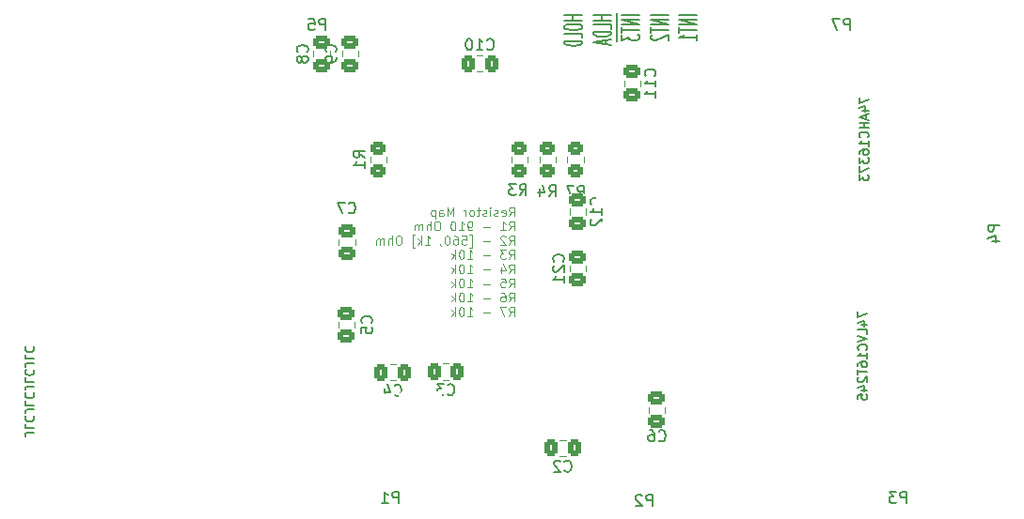
<source format=gbo>
%TF.GenerationSoftware,KiCad,Pcbnew,6.0.9*%
%TF.CreationDate,2022-12-08T19:51:44-08:00*%
%TF.ProjectId,i960SxProcessorMegaShieldFormFactor,69393630-5378-4507-926f-636573736f72,rev?*%
%TF.SameCoordinates,Original*%
%TF.FileFunction,Legend,Bot*%
%TF.FilePolarity,Positive*%
%FSLAX46Y46*%
G04 Gerber Fmt 4.6, Leading zero omitted, Abs format (unit mm)*
G04 Created by KiCad (PCBNEW 6.0.9) date 2022-12-08 19:51:44*
%MOMM*%
%LPD*%
G01*
G04 APERTURE LIST*
G04 Aperture macros list*
%AMRoundRect*
0 Rectangle with rounded corners*
0 $1 Rounding radius*
0 $2 $3 $4 $5 $6 $7 $8 $9 X,Y pos of 4 corners*
0 Add a 4 corners polygon primitive as box body*
4,1,4,$2,$3,$4,$5,$6,$7,$8,$9,$2,$3,0*
0 Add four circle primitives for the rounded corners*
1,1,$1+$1,$2,$3*
1,1,$1+$1,$4,$5*
1,1,$1+$1,$6,$7*
1,1,$1+$1,$8,$9*
0 Add four rect primitives between the rounded corners*
20,1,$1+$1,$2,$3,$4,$5,0*
20,1,$1+$1,$4,$5,$6,$7,0*
20,1,$1+$1,$6,$7,$8,$9,0*
20,1,$1+$1,$8,$9,$2,$3,0*%
G04 Aperture macros list end*
%ADD10C,0.152400*%
%ADD11C,0.150000*%
%ADD12C,0.100000*%
%ADD13C,0.120000*%
%ADD14C,1.727200*%
%ADD15O,1.727200X1.727200*%
%ADD16O,1.727200X2.032000*%
%ADD17R,1.422400X1.422400*%
%ADD18C,1.422400*%
%ADD19RoundRect,0.250000X-0.337500X-0.475000X0.337500X-0.475000X0.337500X0.475000X-0.337500X0.475000X0*%
%ADD20RoundRect,0.250000X-0.475000X0.337500X-0.475000X-0.337500X0.475000X-0.337500X0.475000X0.337500X0*%
%ADD21RoundRect,0.250000X0.475000X-0.337500X0.475000X0.337500X-0.475000X0.337500X-0.475000X-0.337500X0*%
%ADD22RoundRect,0.250000X0.337500X0.475000X-0.337500X0.475000X-0.337500X-0.475000X0.337500X-0.475000X0*%
%ADD23RoundRect,0.250000X-0.450000X0.350000X-0.450000X-0.350000X0.450000X-0.350000X0.450000X0.350000X0*%
%ADD24RoundRect,0.250000X0.450000X-0.350000X0.450000X0.350000X-0.450000X0.350000X-0.450000X-0.350000X0*%
G04 APERTURE END LIST*
D10*
X182307895Y-99518409D02*
X182307895Y-100060276D01*
X183120695Y-99711933D01*
X182578828Y-100718257D02*
X183120695Y-100718257D01*
X182269190Y-100524733D02*
X182849761Y-100331209D01*
X182849761Y-100834371D01*
X183120695Y-101531057D02*
X183120695Y-101144009D01*
X182307895Y-101144009D01*
X182307895Y-101685876D02*
X183120695Y-101956809D01*
X182307895Y-102227742D01*
X183043285Y-102963133D02*
X183081990Y-102924428D01*
X183120695Y-102808314D01*
X183120695Y-102730904D01*
X183081990Y-102614790D01*
X183004580Y-102537380D01*
X182927171Y-102498676D01*
X182772352Y-102459971D01*
X182656238Y-102459971D01*
X182501419Y-102498676D01*
X182424009Y-102537380D01*
X182346600Y-102614790D01*
X182307895Y-102730904D01*
X182307895Y-102808314D01*
X182346600Y-102924428D01*
X182385304Y-102963133D01*
X183120695Y-103737228D02*
X183120695Y-103272771D01*
X183120695Y-103505000D02*
X182307895Y-103505000D01*
X182424009Y-103427590D01*
X182501419Y-103350180D01*
X182540123Y-103272771D01*
X182307895Y-104433914D02*
X182307895Y-104279095D01*
X182346600Y-104201685D01*
X182385304Y-104162980D01*
X182501419Y-104085571D01*
X182656238Y-104046866D01*
X182965876Y-104046866D01*
X183043285Y-104085571D01*
X183081990Y-104124276D01*
X183120695Y-104201685D01*
X183120695Y-104356504D01*
X183081990Y-104433914D01*
X183043285Y-104472619D01*
X182965876Y-104511323D01*
X182772352Y-104511323D01*
X182694942Y-104472619D01*
X182656238Y-104433914D01*
X182617533Y-104356504D01*
X182617533Y-104201685D01*
X182656238Y-104124276D01*
X182694942Y-104085571D01*
X182772352Y-104046866D01*
X182307895Y-104743552D02*
X182307895Y-105208009D01*
X183120695Y-104975780D02*
X182307895Y-104975780D01*
X182385304Y-105440238D02*
X182346600Y-105478942D01*
X182307895Y-105556352D01*
X182307895Y-105749876D01*
X182346600Y-105827285D01*
X182385304Y-105865990D01*
X182462714Y-105904695D01*
X182540123Y-105904695D01*
X182656238Y-105865990D01*
X183120695Y-105401533D01*
X183120695Y-105904695D01*
X182578828Y-106601380D02*
X183120695Y-106601380D01*
X182269190Y-106407857D02*
X182849761Y-106214333D01*
X182849761Y-106717495D01*
X182307895Y-107414180D02*
X182307895Y-107027133D01*
X182694942Y-106988428D01*
X182656238Y-107027133D01*
X182617533Y-107104542D01*
X182617533Y-107298066D01*
X182656238Y-107375476D01*
X182694942Y-107414180D01*
X182772352Y-107452885D01*
X182965876Y-107452885D01*
X183043285Y-107414180D01*
X183081990Y-107375476D01*
X183120695Y-107298066D01*
X183120695Y-107104542D01*
X183081990Y-107027133D01*
X183043285Y-106988428D01*
X108141104Y-110434361D02*
X107560533Y-110434361D01*
X107444419Y-110473066D01*
X107367009Y-110550476D01*
X107328304Y-110666590D01*
X107328304Y-110744000D01*
X107328304Y-109660266D02*
X107328304Y-110047314D01*
X108141104Y-110047314D01*
X107405714Y-108924876D02*
X107367009Y-108963580D01*
X107328304Y-109079695D01*
X107328304Y-109157104D01*
X107367009Y-109273219D01*
X107444419Y-109350628D01*
X107521828Y-109389333D01*
X107676647Y-109428038D01*
X107792761Y-109428038D01*
X107947580Y-109389333D01*
X108024990Y-109350628D01*
X108102400Y-109273219D01*
X108141104Y-109157104D01*
X108141104Y-109079695D01*
X108102400Y-108963580D01*
X108063695Y-108924876D01*
X108141104Y-108344304D02*
X107560533Y-108344304D01*
X107444419Y-108383009D01*
X107367009Y-108460419D01*
X107328304Y-108576533D01*
X107328304Y-108653942D01*
X107328304Y-107570209D02*
X107328304Y-107957257D01*
X108141104Y-107957257D01*
X107405714Y-106834819D02*
X107367009Y-106873523D01*
X107328304Y-106989638D01*
X107328304Y-107067047D01*
X107367009Y-107183161D01*
X107444419Y-107260571D01*
X107521828Y-107299276D01*
X107676647Y-107337980D01*
X107792761Y-107337980D01*
X107947580Y-107299276D01*
X108024990Y-107260571D01*
X108102400Y-107183161D01*
X108141104Y-107067047D01*
X108141104Y-106989638D01*
X108102400Y-106873523D01*
X108063695Y-106834819D01*
X108141104Y-106254247D02*
X107560533Y-106254247D01*
X107444419Y-106292952D01*
X107367009Y-106370361D01*
X107328304Y-106486476D01*
X107328304Y-106563885D01*
X107328304Y-105480152D02*
X107328304Y-105867200D01*
X108141104Y-105867200D01*
X107405714Y-104744761D02*
X107367009Y-104783466D01*
X107328304Y-104899580D01*
X107328304Y-104976990D01*
X107367009Y-105093104D01*
X107444419Y-105170514D01*
X107521828Y-105209219D01*
X107676647Y-105247923D01*
X107792761Y-105247923D01*
X107947580Y-105209219D01*
X108024990Y-105170514D01*
X108102400Y-105093104D01*
X108141104Y-104976990D01*
X108141104Y-104899580D01*
X108102400Y-104783466D01*
X108063695Y-104744761D01*
X108141104Y-104164190D02*
X107560533Y-104164190D01*
X107444419Y-104202895D01*
X107367009Y-104280304D01*
X107328304Y-104396419D01*
X107328304Y-104473828D01*
X107328304Y-103390095D02*
X107328304Y-103777142D01*
X108141104Y-103777142D01*
X107405714Y-102654704D02*
X107367009Y-102693409D01*
X107328304Y-102809523D01*
X107328304Y-102886933D01*
X107367009Y-103003047D01*
X107444419Y-103080457D01*
X107521828Y-103119161D01*
X107676647Y-103157866D01*
X107792761Y-103157866D01*
X107947580Y-103119161D01*
X108024990Y-103080457D01*
X108102400Y-103003047D01*
X108141104Y-102886933D01*
X108141104Y-102809523D01*
X108102400Y-102693409D01*
X108063695Y-102654704D01*
D11*
X157494269Y-72771956D02*
X155894269Y-72771956D01*
X156656174Y-72771956D02*
X156656174Y-73229099D01*
X157494269Y-73229099D02*
X155894269Y-73229099D01*
X155894269Y-73762432D02*
X155894269Y-73914813D01*
X155970460Y-73991003D01*
X156122840Y-74067194D01*
X156427602Y-74105289D01*
X156960936Y-74105289D01*
X157265698Y-74067194D01*
X157418079Y-73991003D01*
X157494269Y-73914813D01*
X157494269Y-73762432D01*
X157418079Y-73686241D01*
X157265698Y-73610051D01*
X156960936Y-73571956D01*
X156427602Y-73571956D01*
X156122840Y-73610051D01*
X155970460Y-73686241D01*
X155894269Y-73762432D01*
X157494269Y-74829099D02*
X157494269Y-74448146D01*
X155894269Y-74448146D01*
X157494269Y-75095765D02*
X155894269Y-75095765D01*
X155894269Y-75286241D01*
X155970460Y-75400527D01*
X156122840Y-75476718D01*
X156275221Y-75514813D01*
X156579983Y-75552908D01*
X156808555Y-75552908D01*
X157113317Y-75514813D01*
X157265698Y-75476718D01*
X157418079Y-75400527D01*
X157494269Y-75286241D01*
X157494269Y-75095765D01*
X160070269Y-72771956D02*
X158470269Y-72771956D01*
X159232174Y-72771956D02*
X159232174Y-73229099D01*
X160070269Y-73229099D02*
X158470269Y-73229099D01*
X160070269Y-73991003D02*
X160070269Y-73610051D01*
X158470269Y-73610051D01*
X160070269Y-74257670D02*
X158470269Y-74257670D01*
X158470269Y-74448146D01*
X158546460Y-74562432D01*
X158698840Y-74638622D01*
X158851221Y-74676718D01*
X159155983Y-74714813D01*
X159384555Y-74714813D01*
X159689317Y-74676718D01*
X159841698Y-74638622D01*
X159994079Y-74562432D01*
X160070269Y-74448146D01*
X160070269Y-74257670D01*
X159613126Y-75019575D02*
X159613126Y-75400527D01*
X160070269Y-74943384D02*
X158470269Y-75210051D01*
X160070269Y-75476718D01*
X160594460Y-72581480D02*
X160594460Y-72962432D01*
X162646269Y-72771956D02*
X161046269Y-72771956D01*
X160594460Y-72962432D02*
X160594460Y-73800527D01*
X162646269Y-73152908D02*
X161046269Y-73152908D01*
X162646269Y-73610051D01*
X161046269Y-73610051D01*
X160594460Y-73800527D02*
X160594460Y-74410051D01*
X161046269Y-73876718D02*
X161046269Y-74333860D01*
X162646269Y-74105289D02*
X161046269Y-74105289D01*
X160594460Y-74410051D02*
X160594460Y-75171956D01*
X161046269Y-74524337D02*
X161046269Y-75019575D01*
X161655793Y-74752908D01*
X161655793Y-74867194D01*
X161731983Y-74943384D01*
X161808174Y-74981480D01*
X161960555Y-75019575D01*
X162341507Y-75019575D01*
X162493888Y-74981480D01*
X162570079Y-74943384D01*
X162646269Y-74867194D01*
X162646269Y-74638622D01*
X162570079Y-74562432D01*
X162493888Y-74524337D01*
X165222269Y-72771956D02*
X163622269Y-72771956D01*
X165222269Y-73152908D02*
X163622269Y-73152908D01*
X165222269Y-73610051D01*
X163622269Y-73610051D01*
X163622269Y-73876718D02*
X163622269Y-74333860D01*
X165222269Y-74105289D02*
X163622269Y-74105289D01*
X163774650Y-74562432D02*
X163698460Y-74600527D01*
X163622269Y-74676718D01*
X163622269Y-74867194D01*
X163698460Y-74943384D01*
X163774650Y-74981480D01*
X163927031Y-75019575D01*
X164079412Y-75019575D01*
X164307983Y-74981480D01*
X165222269Y-74524337D01*
X165222269Y-75019575D01*
X167798269Y-72771956D02*
X166198269Y-72771956D01*
X167798269Y-73152908D02*
X166198269Y-73152908D01*
X167798269Y-73610051D01*
X166198269Y-73610051D01*
X166198269Y-73876718D02*
X166198269Y-74333860D01*
X167798269Y-74105289D02*
X166198269Y-74105289D01*
X167798269Y-75019575D02*
X167798269Y-74562432D01*
X167798269Y-74791003D02*
X166198269Y-74791003D01*
X166426840Y-74714813D01*
X166579221Y-74638622D01*
X166655412Y-74562432D01*
D10*
X182434895Y-80173285D02*
X182434895Y-80715152D01*
X183247695Y-80366809D01*
X182705828Y-81373133D02*
X183247695Y-81373133D01*
X182396190Y-81179609D02*
X182976761Y-80986085D01*
X182976761Y-81489247D01*
X183015466Y-81760180D02*
X183015466Y-82147228D01*
X183247695Y-81682771D02*
X182434895Y-81953704D01*
X183247695Y-82224638D01*
X183247695Y-82495571D02*
X182434895Y-82495571D01*
X182821942Y-82495571D02*
X182821942Y-82960028D01*
X183247695Y-82960028D02*
X182434895Y-82960028D01*
X183170285Y-83811533D02*
X183208990Y-83772828D01*
X183247695Y-83656714D01*
X183247695Y-83579304D01*
X183208990Y-83463190D01*
X183131580Y-83385780D01*
X183054171Y-83347076D01*
X182899352Y-83308371D01*
X182783238Y-83308371D01*
X182628419Y-83347076D01*
X182551009Y-83385780D01*
X182473600Y-83463190D01*
X182434895Y-83579304D01*
X182434895Y-83656714D01*
X182473600Y-83772828D01*
X182512304Y-83811533D01*
X183247695Y-84585628D02*
X183247695Y-84121171D01*
X183247695Y-84353400D02*
X182434895Y-84353400D01*
X182551009Y-84275990D01*
X182628419Y-84198580D01*
X182667123Y-84121171D01*
X182434895Y-85282314D02*
X182434895Y-85127495D01*
X182473600Y-85050085D01*
X182512304Y-85011380D01*
X182628419Y-84933971D01*
X182783238Y-84895266D01*
X183092876Y-84895266D01*
X183170285Y-84933971D01*
X183208990Y-84972676D01*
X183247695Y-85050085D01*
X183247695Y-85204904D01*
X183208990Y-85282314D01*
X183170285Y-85321019D01*
X183092876Y-85359723D01*
X182899352Y-85359723D01*
X182821942Y-85321019D01*
X182783238Y-85282314D01*
X182744533Y-85204904D01*
X182744533Y-85050085D01*
X182783238Y-84972676D01*
X182821942Y-84933971D01*
X182899352Y-84895266D01*
X182434895Y-85630657D02*
X182434895Y-86133819D01*
X182744533Y-85862885D01*
X182744533Y-85979000D01*
X182783238Y-86056409D01*
X182821942Y-86095114D01*
X182899352Y-86133819D01*
X183092876Y-86133819D01*
X183170285Y-86095114D01*
X183208990Y-86056409D01*
X183247695Y-85979000D01*
X183247695Y-85746771D01*
X183208990Y-85669361D01*
X183170285Y-85630657D01*
X182434895Y-86404752D02*
X182434895Y-86946619D01*
X183247695Y-86598276D01*
X182434895Y-87178847D02*
X182434895Y-87682009D01*
X182744533Y-87411076D01*
X182744533Y-87527190D01*
X182783238Y-87604600D01*
X182821942Y-87643304D01*
X182899352Y-87682009D01*
X183092876Y-87682009D01*
X183170285Y-87643304D01*
X183208990Y-87604600D01*
X183247695Y-87527190D01*
X183247695Y-87294961D01*
X183208990Y-87217552D01*
X183170285Y-87178847D01*
D12*
X150874580Y-90900704D02*
X151141247Y-90519752D01*
X151331723Y-90900704D02*
X151331723Y-90100704D01*
X151026961Y-90100704D01*
X150950771Y-90138800D01*
X150912676Y-90176895D01*
X150874580Y-90253085D01*
X150874580Y-90367371D01*
X150912676Y-90443561D01*
X150950771Y-90481657D01*
X151026961Y-90519752D01*
X151331723Y-90519752D01*
X150226961Y-90862609D02*
X150303152Y-90900704D01*
X150455533Y-90900704D01*
X150531723Y-90862609D01*
X150569819Y-90786419D01*
X150569819Y-90481657D01*
X150531723Y-90405466D01*
X150455533Y-90367371D01*
X150303152Y-90367371D01*
X150226961Y-90405466D01*
X150188866Y-90481657D01*
X150188866Y-90557847D01*
X150569819Y-90634038D01*
X149884104Y-90862609D02*
X149807914Y-90900704D01*
X149655533Y-90900704D01*
X149579342Y-90862609D01*
X149541247Y-90786419D01*
X149541247Y-90748323D01*
X149579342Y-90672133D01*
X149655533Y-90634038D01*
X149769819Y-90634038D01*
X149846009Y-90595942D01*
X149884104Y-90519752D01*
X149884104Y-90481657D01*
X149846009Y-90405466D01*
X149769819Y-90367371D01*
X149655533Y-90367371D01*
X149579342Y-90405466D01*
X149198390Y-90900704D02*
X149198390Y-90367371D01*
X149198390Y-90100704D02*
X149236485Y-90138800D01*
X149198390Y-90176895D01*
X149160295Y-90138800D01*
X149198390Y-90100704D01*
X149198390Y-90176895D01*
X148855533Y-90862609D02*
X148779342Y-90900704D01*
X148626961Y-90900704D01*
X148550771Y-90862609D01*
X148512676Y-90786419D01*
X148512676Y-90748323D01*
X148550771Y-90672133D01*
X148626961Y-90634038D01*
X148741247Y-90634038D01*
X148817438Y-90595942D01*
X148855533Y-90519752D01*
X148855533Y-90481657D01*
X148817438Y-90405466D01*
X148741247Y-90367371D01*
X148626961Y-90367371D01*
X148550771Y-90405466D01*
X148284104Y-90367371D02*
X147979342Y-90367371D01*
X148169819Y-90100704D02*
X148169819Y-90786419D01*
X148131723Y-90862609D01*
X148055533Y-90900704D01*
X147979342Y-90900704D01*
X147598390Y-90900704D02*
X147674580Y-90862609D01*
X147712676Y-90824514D01*
X147750771Y-90748323D01*
X147750771Y-90519752D01*
X147712676Y-90443561D01*
X147674580Y-90405466D01*
X147598390Y-90367371D01*
X147484104Y-90367371D01*
X147407914Y-90405466D01*
X147369819Y-90443561D01*
X147331723Y-90519752D01*
X147331723Y-90748323D01*
X147369819Y-90824514D01*
X147407914Y-90862609D01*
X147484104Y-90900704D01*
X147598390Y-90900704D01*
X146988866Y-90900704D02*
X146988866Y-90367371D01*
X146988866Y-90519752D02*
X146950771Y-90443561D01*
X146912676Y-90405466D01*
X146836485Y-90367371D01*
X146760295Y-90367371D01*
X145884104Y-90900704D02*
X145884104Y-90100704D01*
X145617438Y-90672133D01*
X145350771Y-90100704D01*
X145350771Y-90900704D01*
X144626961Y-90900704D02*
X144626961Y-90481657D01*
X144665057Y-90405466D01*
X144741247Y-90367371D01*
X144893628Y-90367371D01*
X144969819Y-90405466D01*
X144626961Y-90862609D02*
X144703152Y-90900704D01*
X144893628Y-90900704D01*
X144969819Y-90862609D01*
X145007914Y-90786419D01*
X145007914Y-90710228D01*
X144969819Y-90634038D01*
X144893628Y-90595942D01*
X144703152Y-90595942D01*
X144626961Y-90557847D01*
X144246009Y-90367371D02*
X144246009Y-91167371D01*
X144246009Y-90405466D02*
X144169819Y-90367371D01*
X144017438Y-90367371D01*
X143941247Y-90405466D01*
X143903152Y-90443561D01*
X143865057Y-90519752D01*
X143865057Y-90748323D01*
X143903152Y-90824514D01*
X143941247Y-90862609D01*
X144017438Y-90900704D01*
X144169819Y-90900704D01*
X144246009Y-90862609D01*
X150874580Y-92188704D02*
X151141247Y-91807752D01*
X151331723Y-92188704D02*
X151331723Y-91388704D01*
X151026961Y-91388704D01*
X150950771Y-91426800D01*
X150912676Y-91464895D01*
X150874580Y-91541085D01*
X150874580Y-91655371D01*
X150912676Y-91731561D01*
X150950771Y-91769657D01*
X151026961Y-91807752D01*
X151331723Y-91807752D01*
X150112676Y-92188704D02*
X150569819Y-92188704D01*
X150341247Y-92188704D02*
X150341247Y-91388704D01*
X150417438Y-91502990D01*
X150493628Y-91579180D01*
X150569819Y-91617276D01*
X149160295Y-91883942D02*
X148550771Y-91883942D01*
X147522200Y-92188704D02*
X147369819Y-92188704D01*
X147293628Y-92150609D01*
X147255533Y-92112514D01*
X147179342Y-91998228D01*
X147141247Y-91845847D01*
X147141247Y-91541085D01*
X147179342Y-91464895D01*
X147217438Y-91426800D01*
X147293628Y-91388704D01*
X147446009Y-91388704D01*
X147522200Y-91426800D01*
X147560295Y-91464895D01*
X147598390Y-91541085D01*
X147598390Y-91731561D01*
X147560295Y-91807752D01*
X147522200Y-91845847D01*
X147446009Y-91883942D01*
X147293628Y-91883942D01*
X147217438Y-91845847D01*
X147179342Y-91807752D01*
X147141247Y-91731561D01*
X146379342Y-92188704D02*
X146836485Y-92188704D01*
X146607914Y-92188704D02*
X146607914Y-91388704D01*
X146684104Y-91502990D01*
X146760295Y-91579180D01*
X146836485Y-91617276D01*
X145884104Y-91388704D02*
X145807914Y-91388704D01*
X145731723Y-91426800D01*
X145693628Y-91464895D01*
X145655533Y-91541085D01*
X145617438Y-91693466D01*
X145617438Y-91883942D01*
X145655533Y-92036323D01*
X145693628Y-92112514D01*
X145731723Y-92150609D01*
X145807914Y-92188704D01*
X145884104Y-92188704D01*
X145960295Y-92150609D01*
X145998390Y-92112514D01*
X146036485Y-92036323D01*
X146074580Y-91883942D01*
X146074580Y-91693466D01*
X146036485Y-91541085D01*
X145998390Y-91464895D01*
X145960295Y-91426800D01*
X145884104Y-91388704D01*
X144512676Y-91388704D02*
X144360295Y-91388704D01*
X144284104Y-91426800D01*
X144207914Y-91502990D01*
X144169819Y-91655371D01*
X144169819Y-91922038D01*
X144207914Y-92074419D01*
X144284104Y-92150609D01*
X144360295Y-92188704D01*
X144512676Y-92188704D01*
X144588866Y-92150609D01*
X144665057Y-92074419D01*
X144703152Y-91922038D01*
X144703152Y-91655371D01*
X144665057Y-91502990D01*
X144588866Y-91426800D01*
X144512676Y-91388704D01*
X143826961Y-92188704D02*
X143826961Y-91388704D01*
X143484104Y-92188704D02*
X143484104Y-91769657D01*
X143522200Y-91693466D01*
X143598390Y-91655371D01*
X143712676Y-91655371D01*
X143788866Y-91693466D01*
X143826961Y-91731561D01*
X143103152Y-92188704D02*
X143103152Y-91655371D01*
X143103152Y-91731561D02*
X143065057Y-91693466D01*
X142988866Y-91655371D01*
X142874580Y-91655371D01*
X142798390Y-91693466D01*
X142760295Y-91769657D01*
X142760295Y-92188704D01*
X142760295Y-91769657D02*
X142722200Y-91693466D01*
X142646009Y-91655371D01*
X142531723Y-91655371D01*
X142455533Y-91693466D01*
X142417438Y-91769657D01*
X142417438Y-92188704D01*
X150874580Y-93476704D02*
X151141247Y-93095752D01*
X151331723Y-93476704D02*
X151331723Y-92676704D01*
X151026961Y-92676704D01*
X150950771Y-92714800D01*
X150912676Y-92752895D01*
X150874580Y-92829085D01*
X150874580Y-92943371D01*
X150912676Y-93019561D01*
X150950771Y-93057657D01*
X151026961Y-93095752D01*
X151331723Y-93095752D01*
X150569819Y-92752895D02*
X150531723Y-92714800D01*
X150455533Y-92676704D01*
X150265057Y-92676704D01*
X150188866Y-92714800D01*
X150150771Y-92752895D01*
X150112676Y-92829085D01*
X150112676Y-92905276D01*
X150150771Y-93019561D01*
X150607914Y-93476704D01*
X150112676Y-93476704D01*
X149160295Y-93171942D02*
X148550771Y-93171942D01*
X147331723Y-93743371D02*
X147522200Y-93743371D01*
X147522200Y-92600514D01*
X147331723Y-92600514D01*
X146646009Y-92676704D02*
X147026961Y-92676704D01*
X147065057Y-93057657D01*
X147026961Y-93019561D01*
X146950771Y-92981466D01*
X146760295Y-92981466D01*
X146684104Y-93019561D01*
X146646009Y-93057657D01*
X146607914Y-93133847D01*
X146607914Y-93324323D01*
X146646009Y-93400514D01*
X146684104Y-93438609D01*
X146760295Y-93476704D01*
X146950771Y-93476704D01*
X147026961Y-93438609D01*
X147065057Y-93400514D01*
X145922200Y-92676704D02*
X146074580Y-92676704D01*
X146150771Y-92714800D01*
X146188866Y-92752895D01*
X146265057Y-92867180D01*
X146303152Y-93019561D01*
X146303152Y-93324323D01*
X146265057Y-93400514D01*
X146226961Y-93438609D01*
X146150771Y-93476704D01*
X145998390Y-93476704D01*
X145922200Y-93438609D01*
X145884104Y-93400514D01*
X145846009Y-93324323D01*
X145846009Y-93133847D01*
X145884104Y-93057657D01*
X145922200Y-93019561D01*
X145998390Y-92981466D01*
X146150771Y-92981466D01*
X146226961Y-93019561D01*
X146265057Y-93057657D01*
X146303152Y-93133847D01*
X145350771Y-92676704D02*
X145274580Y-92676704D01*
X145198390Y-92714800D01*
X145160295Y-92752895D01*
X145122200Y-92829085D01*
X145084104Y-92981466D01*
X145084104Y-93171942D01*
X145122200Y-93324323D01*
X145160295Y-93400514D01*
X145198390Y-93438609D01*
X145274580Y-93476704D01*
X145350771Y-93476704D01*
X145426961Y-93438609D01*
X145465057Y-93400514D01*
X145503152Y-93324323D01*
X145541247Y-93171942D01*
X145541247Y-92981466D01*
X145503152Y-92829085D01*
X145465057Y-92752895D01*
X145426961Y-92714800D01*
X145350771Y-92676704D01*
X144703152Y-93438609D02*
X144703152Y-93476704D01*
X144741247Y-93552895D01*
X144779342Y-93590990D01*
X143331723Y-93476704D02*
X143788866Y-93476704D01*
X143560295Y-93476704D02*
X143560295Y-92676704D01*
X143636485Y-92790990D01*
X143712676Y-92867180D01*
X143788866Y-92905276D01*
X142988866Y-93476704D02*
X142988866Y-92676704D01*
X142912676Y-93171942D02*
X142684104Y-93476704D01*
X142684104Y-92943371D02*
X142988866Y-93248133D01*
X142417438Y-93743371D02*
X142226961Y-93743371D01*
X142226961Y-92600514D01*
X142417438Y-92600514D01*
X141046009Y-92676704D02*
X140893628Y-92676704D01*
X140817438Y-92714800D01*
X140741247Y-92790990D01*
X140703152Y-92943371D01*
X140703152Y-93210038D01*
X140741247Y-93362419D01*
X140817438Y-93438609D01*
X140893628Y-93476704D01*
X141046009Y-93476704D01*
X141122199Y-93438609D01*
X141198390Y-93362419D01*
X141236485Y-93210038D01*
X141236485Y-92943371D01*
X141198390Y-92790990D01*
X141122199Y-92714800D01*
X141046009Y-92676704D01*
X140360295Y-93476704D02*
X140360295Y-92676704D01*
X140017438Y-93476704D02*
X140017438Y-93057657D01*
X140055533Y-92981466D01*
X140131723Y-92943371D01*
X140246009Y-92943371D01*
X140322199Y-92981466D01*
X140360295Y-93019561D01*
X139636485Y-93476704D02*
X139636485Y-92943371D01*
X139636485Y-93019561D02*
X139598390Y-92981466D01*
X139522199Y-92943371D01*
X139407914Y-92943371D01*
X139331723Y-92981466D01*
X139293628Y-93057657D01*
X139293628Y-93476704D01*
X139293628Y-93057657D02*
X139255533Y-92981466D01*
X139179342Y-92943371D01*
X139065057Y-92943371D01*
X138988866Y-92981466D01*
X138950771Y-93057657D01*
X138950771Y-93476704D01*
X150874580Y-94764704D02*
X151141247Y-94383752D01*
X151331723Y-94764704D02*
X151331723Y-93964704D01*
X151026961Y-93964704D01*
X150950771Y-94002800D01*
X150912676Y-94040895D01*
X150874580Y-94117085D01*
X150874580Y-94231371D01*
X150912676Y-94307561D01*
X150950771Y-94345657D01*
X151026961Y-94383752D01*
X151331723Y-94383752D01*
X150607914Y-93964704D02*
X150112676Y-93964704D01*
X150379342Y-94269466D01*
X150265057Y-94269466D01*
X150188866Y-94307561D01*
X150150771Y-94345657D01*
X150112676Y-94421847D01*
X150112676Y-94612323D01*
X150150771Y-94688514D01*
X150188866Y-94726609D01*
X150265057Y-94764704D01*
X150493628Y-94764704D01*
X150569819Y-94726609D01*
X150607914Y-94688514D01*
X149160295Y-94459942D02*
X148550771Y-94459942D01*
X147141247Y-94764704D02*
X147598390Y-94764704D01*
X147369819Y-94764704D02*
X147369819Y-93964704D01*
X147446009Y-94078990D01*
X147522200Y-94155180D01*
X147598390Y-94193276D01*
X146646009Y-93964704D02*
X146569819Y-93964704D01*
X146493628Y-94002800D01*
X146455533Y-94040895D01*
X146417438Y-94117085D01*
X146379342Y-94269466D01*
X146379342Y-94459942D01*
X146417438Y-94612323D01*
X146455533Y-94688514D01*
X146493628Y-94726609D01*
X146569819Y-94764704D01*
X146646009Y-94764704D01*
X146722200Y-94726609D01*
X146760295Y-94688514D01*
X146798390Y-94612323D01*
X146836485Y-94459942D01*
X146836485Y-94269466D01*
X146798390Y-94117085D01*
X146760295Y-94040895D01*
X146722200Y-94002800D01*
X146646009Y-93964704D01*
X146036485Y-94764704D02*
X146036485Y-93964704D01*
X145960295Y-94459942D02*
X145731723Y-94764704D01*
X145731723Y-94231371D02*
X146036485Y-94536133D01*
X150874580Y-96052704D02*
X151141247Y-95671752D01*
X151331723Y-96052704D02*
X151331723Y-95252704D01*
X151026961Y-95252704D01*
X150950771Y-95290800D01*
X150912676Y-95328895D01*
X150874580Y-95405085D01*
X150874580Y-95519371D01*
X150912676Y-95595561D01*
X150950771Y-95633657D01*
X151026961Y-95671752D01*
X151331723Y-95671752D01*
X150188866Y-95519371D02*
X150188866Y-96052704D01*
X150379342Y-95214609D02*
X150569819Y-95786038D01*
X150074580Y-95786038D01*
X149160295Y-95747942D02*
X148550771Y-95747942D01*
X147141247Y-96052704D02*
X147598390Y-96052704D01*
X147369819Y-96052704D02*
X147369819Y-95252704D01*
X147446009Y-95366990D01*
X147522200Y-95443180D01*
X147598390Y-95481276D01*
X146646009Y-95252704D02*
X146569819Y-95252704D01*
X146493628Y-95290800D01*
X146455533Y-95328895D01*
X146417438Y-95405085D01*
X146379342Y-95557466D01*
X146379342Y-95747942D01*
X146417438Y-95900323D01*
X146455533Y-95976514D01*
X146493628Y-96014609D01*
X146569819Y-96052704D01*
X146646009Y-96052704D01*
X146722200Y-96014609D01*
X146760295Y-95976514D01*
X146798390Y-95900323D01*
X146836485Y-95747942D01*
X146836485Y-95557466D01*
X146798390Y-95405085D01*
X146760295Y-95328895D01*
X146722200Y-95290800D01*
X146646009Y-95252704D01*
X146036485Y-96052704D02*
X146036485Y-95252704D01*
X145960295Y-95747942D02*
X145731723Y-96052704D01*
X145731723Y-95519371D02*
X146036485Y-95824133D01*
X150874580Y-97340704D02*
X151141247Y-96959752D01*
X151331723Y-97340704D02*
X151331723Y-96540704D01*
X151026961Y-96540704D01*
X150950771Y-96578800D01*
X150912676Y-96616895D01*
X150874580Y-96693085D01*
X150874580Y-96807371D01*
X150912676Y-96883561D01*
X150950771Y-96921657D01*
X151026961Y-96959752D01*
X151331723Y-96959752D01*
X150150771Y-96540704D02*
X150531723Y-96540704D01*
X150569819Y-96921657D01*
X150531723Y-96883561D01*
X150455533Y-96845466D01*
X150265057Y-96845466D01*
X150188866Y-96883561D01*
X150150771Y-96921657D01*
X150112676Y-96997847D01*
X150112676Y-97188323D01*
X150150771Y-97264514D01*
X150188866Y-97302609D01*
X150265057Y-97340704D01*
X150455533Y-97340704D01*
X150531723Y-97302609D01*
X150569819Y-97264514D01*
X149160295Y-97035942D02*
X148550771Y-97035942D01*
X147141247Y-97340704D02*
X147598390Y-97340704D01*
X147369819Y-97340704D02*
X147369819Y-96540704D01*
X147446009Y-96654990D01*
X147522200Y-96731180D01*
X147598390Y-96769276D01*
X146646009Y-96540704D02*
X146569819Y-96540704D01*
X146493628Y-96578800D01*
X146455533Y-96616895D01*
X146417438Y-96693085D01*
X146379342Y-96845466D01*
X146379342Y-97035942D01*
X146417438Y-97188323D01*
X146455533Y-97264514D01*
X146493628Y-97302609D01*
X146569819Y-97340704D01*
X146646009Y-97340704D01*
X146722200Y-97302609D01*
X146760295Y-97264514D01*
X146798390Y-97188323D01*
X146836485Y-97035942D01*
X146836485Y-96845466D01*
X146798390Y-96693085D01*
X146760295Y-96616895D01*
X146722200Y-96578800D01*
X146646009Y-96540704D01*
X146036485Y-97340704D02*
X146036485Y-96540704D01*
X145960295Y-97035942D02*
X145731723Y-97340704D01*
X145731723Y-96807371D02*
X146036485Y-97112133D01*
X150874580Y-98628704D02*
X151141247Y-98247752D01*
X151331723Y-98628704D02*
X151331723Y-97828704D01*
X151026961Y-97828704D01*
X150950771Y-97866800D01*
X150912676Y-97904895D01*
X150874580Y-97981085D01*
X150874580Y-98095371D01*
X150912676Y-98171561D01*
X150950771Y-98209657D01*
X151026961Y-98247752D01*
X151331723Y-98247752D01*
X150188866Y-97828704D02*
X150341247Y-97828704D01*
X150417438Y-97866800D01*
X150455533Y-97904895D01*
X150531723Y-98019180D01*
X150569819Y-98171561D01*
X150569819Y-98476323D01*
X150531723Y-98552514D01*
X150493628Y-98590609D01*
X150417438Y-98628704D01*
X150265057Y-98628704D01*
X150188866Y-98590609D01*
X150150771Y-98552514D01*
X150112676Y-98476323D01*
X150112676Y-98285847D01*
X150150771Y-98209657D01*
X150188866Y-98171561D01*
X150265057Y-98133466D01*
X150417438Y-98133466D01*
X150493628Y-98171561D01*
X150531723Y-98209657D01*
X150569819Y-98285847D01*
X149160295Y-98323942D02*
X148550771Y-98323942D01*
X147141247Y-98628704D02*
X147598390Y-98628704D01*
X147369819Y-98628704D02*
X147369819Y-97828704D01*
X147446009Y-97942990D01*
X147522200Y-98019180D01*
X147598390Y-98057276D01*
X146646009Y-97828704D02*
X146569819Y-97828704D01*
X146493628Y-97866800D01*
X146455533Y-97904895D01*
X146417438Y-97981085D01*
X146379342Y-98133466D01*
X146379342Y-98323942D01*
X146417438Y-98476323D01*
X146455533Y-98552514D01*
X146493628Y-98590609D01*
X146569819Y-98628704D01*
X146646009Y-98628704D01*
X146722200Y-98590609D01*
X146760295Y-98552514D01*
X146798390Y-98476323D01*
X146836485Y-98323942D01*
X146836485Y-98133466D01*
X146798390Y-97981085D01*
X146760295Y-97904895D01*
X146722200Y-97866800D01*
X146646009Y-97828704D01*
X146036485Y-98628704D02*
X146036485Y-97828704D01*
X145960295Y-98323942D02*
X145731723Y-98628704D01*
X145731723Y-98095371D02*
X146036485Y-98400133D01*
X150874580Y-99916704D02*
X151141247Y-99535752D01*
X151331723Y-99916704D02*
X151331723Y-99116704D01*
X151026961Y-99116704D01*
X150950771Y-99154800D01*
X150912676Y-99192895D01*
X150874580Y-99269085D01*
X150874580Y-99383371D01*
X150912676Y-99459561D01*
X150950771Y-99497657D01*
X151026961Y-99535752D01*
X151331723Y-99535752D01*
X150607914Y-99116704D02*
X150074580Y-99116704D01*
X150417438Y-99916704D01*
X149160295Y-99611942D02*
X148550771Y-99611942D01*
X147141247Y-99916704D02*
X147598390Y-99916704D01*
X147369819Y-99916704D02*
X147369819Y-99116704D01*
X147446009Y-99230990D01*
X147522200Y-99307180D01*
X147598390Y-99345276D01*
X146646009Y-99116704D02*
X146569819Y-99116704D01*
X146493628Y-99154800D01*
X146455533Y-99192895D01*
X146417438Y-99269085D01*
X146379342Y-99421466D01*
X146379342Y-99611942D01*
X146417438Y-99764323D01*
X146455533Y-99840514D01*
X146493628Y-99878609D01*
X146569819Y-99916704D01*
X146646009Y-99916704D01*
X146722200Y-99878609D01*
X146760295Y-99840514D01*
X146798390Y-99764323D01*
X146836485Y-99611942D01*
X146836485Y-99421466D01*
X146798390Y-99269085D01*
X146760295Y-99192895D01*
X146722200Y-99154800D01*
X146646009Y-99116704D01*
X146036485Y-99916704D02*
X146036485Y-99116704D01*
X145960295Y-99611942D02*
X145731723Y-99916704D01*
X145731723Y-99383371D02*
X146036485Y-99688133D01*
D11*
X195016380Y-91717904D02*
X194016380Y-91717904D01*
X194016380Y-92098857D01*
X194064000Y-92194095D01*
X194111619Y-92241714D01*
X194206857Y-92289333D01*
X194349714Y-92289333D01*
X194444952Y-92241714D01*
X194492571Y-92194095D01*
X194540190Y-92098857D01*
X194540190Y-91717904D01*
X194349714Y-93146476D02*
X195016380Y-93146476D01*
X193968761Y-92908380D02*
X194683047Y-92670285D01*
X194683047Y-93289333D01*
X140946095Y-116784380D02*
X140946095Y-115784380D01*
X140565142Y-115784380D01*
X140469904Y-115832000D01*
X140422285Y-115879619D01*
X140374666Y-115974857D01*
X140374666Y-116117714D01*
X140422285Y-116212952D01*
X140469904Y-116260571D01*
X140565142Y-116308190D01*
X140946095Y-116308190D01*
X139422285Y-116784380D02*
X139993714Y-116784380D01*
X139708000Y-116784380D02*
X139708000Y-115784380D01*
X139803238Y-115927238D01*
X139898476Y-116022476D01*
X139993714Y-116070095D01*
X163806095Y-117038380D02*
X163806095Y-116038380D01*
X163425142Y-116038380D01*
X163329904Y-116086000D01*
X163282285Y-116133619D01*
X163234666Y-116228857D01*
X163234666Y-116371714D01*
X163282285Y-116466952D01*
X163329904Y-116514571D01*
X163425142Y-116562190D01*
X163806095Y-116562190D01*
X162853714Y-116133619D02*
X162806095Y-116086000D01*
X162710857Y-116038380D01*
X162472761Y-116038380D01*
X162377523Y-116086000D01*
X162329904Y-116133619D01*
X162282285Y-116228857D01*
X162282285Y-116324095D01*
X162329904Y-116466952D01*
X162901333Y-117038380D01*
X162282285Y-117038380D01*
X186666095Y-116784380D02*
X186666095Y-115784380D01*
X186285142Y-115784380D01*
X186189904Y-115832000D01*
X186142285Y-115879619D01*
X186094666Y-115974857D01*
X186094666Y-116117714D01*
X186142285Y-116212952D01*
X186189904Y-116260571D01*
X186285142Y-116308190D01*
X186666095Y-116308190D01*
X185761333Y-115784380D02*
X185142285Y-115784380D01*
X185475619Y-116165333D01*
X185332761Y-116165333D01*
X185237523Y-116212952D01*
X185189904Y-116260571D01*
X185142285Y-116355809D01*
X185142285Y-116593904D01*
X185189904Y-116689142D01*
X185237523Y-116736761D01*
X185332761Y-116784380D01*
X185618476Y-116784380D01*
X185713714Y-116736761D01*
X185761333Y-116689142D01*
X134342095Y-74112380D02*
X134342095Y-73112380D01*
X133961142Y-73112380D01*
X133865904Y-73160000D01*
X133818285Y-73207619D01*
X133770666Y-73302857D01*
X133770666Y-73445714D01*
X133818285Y-73540952D01*
X133865904Y-73588571D01*
X133961142Y-73636190D01*
X134342095Y-73636190D01*
X132865904Y-73112380D02*
X133342095Y-73112380D01*
X133389714Y-73588571D01*
X133342095Y-73540952D01*
X133246857Y-73493333D01*
X133008761Y-73493333D01*
X132913523Y-73540952D01*
X132865904Y-73588571D01*
X132818285Y-73683809D01*
X132818285Y-73921904D01*
X132865904Y-74017142D01*
X132913523Y-74064761D01*
X133008761Y-74112380D01*
X133246857Y-74112380D01*
X133342095Y-74064761D01*
X133389714Y-74017142D01*
X181586095Y-74112380D02*
X181586095Y-73112380D01*
X181205142Y-73112380D01*
X181109904Y-73160000D01*
X181062285Y-73207619D01*
X181014666Y-73302857D01*
X181014666Y-73445714D01*
X181062285Y-73540952D01*
X181109904Y-73588571D01*
X181205142Y-73636190D01*
X181586095Y-73636190D01*
X180681333Y-73112380D02*
X180014666Y-73112380D01*
X180443238Y-74112380D01*
X140577867Y-107020421D02*
X140625486Y-107068040D01*
X140768343Y-107115659D01*
X140863581Y-107115659D01*
X141006439Y-107068040D01*
X141101677Y-106972802D01*
X141149296Y-106877564D01*
X141196915Y-106687088D01*
X141196915Y-106544231D01*
X141149296Y-106353755D01*
X141101677Y-106258517D01*
X141006439Y-106163279D01*
X140863581Y-106115659D01*
X140768343Y-106115659D01*
X140625486Y-106163279D01*
X140577867Y-106210898D01*
X139720724Y-106448993D02*
X139720724Y-107115659D01*
X139958820Y-106068040D02*
X140196915Y-106782326D01*
X139577867Y-106782326D01*
X164377667Y-111131621D02*
X164425286Y-111179240D01*
X164568143Y-111226859D01*
X164663381Y-111226859D01*
X164806239Y-111179240D01*
X164901477Y-111084002D01*
X164949096Y-110988764D01*
X164996715Y-110798288D01*
X164996715Y-110655431D01*
X164949096Y-110464955D01*
X164901477Y-110369717D01*
X164806239Y-110274479D01*
X164663381Y-110226859D01*
X164568143Y-110226859D01*
X164425286Y-110274479D01*
X164377667Y-110322098D01*
X163520524Y-110226859D02*
X163711001Y-110226859D01*
X163806239Y-110274479D01*
X163853858Y-110322098D01*
X163949096Y-110464955D01*
X163996715Y-110655431D01*
X163996715Y-111036383D01*
X163949096Y-111131621D01*
X163901477Y-111179240D01*
X163806239Y-111226859D01*
X163615762Y-111226859D01*
X163520524Y-111179240D01*
X163472905Y-111131621D01*
X163425286Y-111036383D01*
X163425286Y-110798288D01*
X163472905Y-110703050D01*
X163520524Y-110655431D01*
X163615762Y-110607812D01*
X163806239Y-110607812D01*
X163901477Y-110655431D01*
X163949096Y-110703050D01*
X163996715Y-110798288D01*
X155891527Y-113868261D02*
X155939146Y-113915880D01*
X156082003Y-113963499D01*
X156177241Y-113963499D01*
X156320099Y-113915880D01*
X156415337Y-113820642D01*
X156462956Y-113725404D01*
X156510575Y-113534928D01*
X156510575Y-113392071D01*
X156462956Y-113201595D01*
X156415337Y-113106357D01*
X156320099Y-113011119D01*
X156177241Y-112963499D01*
X156082003Y-112963499D01*
X155939146Y-113011119D01*
X155891527Y-113058738D01*
X155510575Y-113058738D02*
X155462956Y-113011119D01*
X155367718Y-112963499D01*
X155129622Y-112963499D01*
X155034384Y-113011119D01*
X154986765Y-113058738D01*
X154939146Y-113153976D01*
X154939146Y-113249214D01*
X154986765Y-113392071D01*
X155558194Y-113963499D01*
X154939146Y-113963499D01*
X138482343Y-100549412D02*
X138529962Y-100501793D01*
X138577581Y-100358936D01*
X138577581Y-100263698D01*
X138529962Y-100120840D01*
X138434724Y-100025602D01*
X138339486Y-99977983D01*
X138149010Y-99930364D01*
X138006153Y-99930364D01*
X137815677Y-99977983D01*
X137720439Y-100025602D01*
X137625201Y-100120840D01*
X137577581Y-100263698D01*
X137577581Y-100358936D01*
X137625201Y-100501793D01*
X137672820Y-100549412D01*
X137577581Y-101454174D02*
X137577581Y-100977983D01*
X138053772Y-100930364D01*
X138006153Y-100977983D01*
X137958534Y-101073221D01*
X137958534Y-101311317D01*
X138006153Y-101406555D01*
X138053772Y-101454174D01*
X138149010Y-101501793D01*
X138387105Y-101501793D01*
X138482343Y-101454174D01*
X138529962Y-101406555D01*
X138577581Y-101311317D01*
X138577581Y-101073221D01*
X138529962Y-100977983D01*
X138482343Y-100930364D01*
X164010403Y-78267321D02*
X164058022Y-78219702D01*
X164105641Y-78076845D01*
X164105641Y-77981607D01*
X164058022Y-77838750D01*
X163962784Y-77743512D01*
X163867546Y-77695893D01*
X163677070Y-77648274D01*
X163534213Y-77648274D01*
X163343737Y-77695893D01*
X163248499Y-77743512D01*
X163153261Y-77838750D01*
X163105641Y-77981607D01*
X163105641Y-78076845D01*
X163153261Y-78219702D01*
X163200880Y-78267321D01*
X164105641Y-79219702D02*
X164105641Y-78648274D01*
X164105641Y-78933988D02*
X163105641Y-78933988D01*
X163248499Y-78838750D01*
X163343737Y-78743512D01*
X163391356Y-78648274D01*
X164105641Y-80172083D02*
X164105641Y-79600655D01*
X164105641Y-79886369D02*
X163105641Y-79886369D01*
X163248499Y-79791131D01*
X163343737Y-79695893D01*
X163391356Y-79600655D01*
X145353067Y-106969621D02*
X145400686Y-107017240D01*
X145543543Y-107064859D01*
X145638781Y-107064859D01*
X145781639Y-107017240D01*
X145876877Y-106922002D01*
X145924496Y-106826764D01*
X145972115Y-106636288D01*
X145972115Y-106493431D01*
X145924496Y-106302955D01*
X145876877Y-106207717D01*
X145781639Y-106112479D01*
X145638781Y-106064859D01*
X145543543Y-106064859D01*
X145400686Y-106112479D01*
X145353067Y-106160098D01*
X145019734Y-106064859D02*
X144400686Y-106064859D01*
X144734020Y-106445812D01*
X144591162Y-106445812D01*
X144495924Y-106493431D01*
X144448305Y-106541050D01*
X144400686Y-106636288D01*
X144400686Y-106874383D01*
X144448305Y-106969621D01*
X144495924Y-107017240D01*
X144591162Y-107064859D01*
X144876877Y-107064859D01*
X144972115Y-107017240D01*
X145019734Y-106969621D01*
X132692623Y-76089212D02*
X132740242Y-76041593D01*
X132787861Y-75898736D01*
X132787861Y-75803498D01*
X132740242Y-75660640D01*
X132645004Y-75565402D01*
X132549766Y-75517783D01*
X132359290Y-75470164D01*
X132216433Y-75470164D01*
X132025957Y-75517783D01*
X131930719Y-75565402D01*
X131835481Y-75660640D01*
X131787861Y-75803498D01*
X131787861Y-75898736D01*
X131835481Y-76041593D01*
X131883100Y-76089212D01*
X132216433Y-76660640D02*
X132168814Y-76565402D01*
X132121195Y-76517783D01*
X132025957Y-76470164D01*
X131978338Y-76470164D01*
X131883100Y-76517783D01*
X131835481Y-76565402D01*
X131787861Y-76660640D01*
X131787861Y-76851117D01*
X131835481Y-76946355D01*
X131883100Y-76993974D01*
X131978338Y-77041593D01*
X132025957Y-77041593D01*
X132121195Y-76993974D01*
X132168814Y-76946355D01*
X132216433Y-76851117D01*
X132216433Y-76660640D01*
X132264052Y-76565402D01*
X132311671Y-76517783D01*
X132406909Y-76470164D01*
X132597385Y-76470164D01*
X132692623Y-76517783D01*
X132740242Y-76565402D01*
X132787861Y-76660640D01*
X132787861Y-76851117D01*
X132740242Y-76946355D01*
X132692623Y-76993974D01*
X132597385Y-77041593D01*
X132406909Y-77041593D01*
X132311671Y-76993974D01*
X132264052Y-76946355D01*
X132216433Y-76851117D01*
X148907738Y-75824561D02*
X148955357Y-75872180D01*
X149098214Y-75919799D01*
X149193452Y-75919799D01*
X149336309Y-75872180D01*
X149431547Y-75776942D01*
X149479166Y-75681704D01*
X149526785Y-75491228D01*
X149526785Y-75348371D01*
X149479166Y-75157895D01*
X149431547Y-75062657D01*
X149336309Y-74967419D01*
X149193452Y-74919799D01*
X149098214Y-74919799D01*
X148955357Y-74967419D01*
X148907738Y-75015038D01*
X147955357Y-75919799D02*
X148526785Y-75919799D01*
X148241071Y-75919799D02*
X148241071Y-74919799D01*
X148336309Y-75062657D01*
X148431547Y-75157895D01*
X148526785Y-75205514D01*
X147336309Y-74919799D02*
X147241071Y-74919799D01*
X147145833Y-74967419D01*
X147098214Y-75015038D01*
X147050595Y-75110276D01*
X147002976Y-75300752D01*
X147002976Y-75538847D01*
X147050595Y-75729323D01*
X147098214Y-75824561D01*
X147145833Y-75872180D01*
X147241071Y-75919799D01*
X147336309Y-75919799D01*
X147431547Y-75872180D01*
X147479166Y-75824561D01*
X147526785Y-75729323D01*
X147574404Y-75538847D01*
X147574404Y-75300752D01*
X147526785Y-75110276D01*
X147479166Y-75015038D01*
X147431547Y-74967419D01*
X147336309Y-74919799D01*
X159110743Y-89862421D02*
X159158362Y-89814802D01*
X159205981Y-89671945D01*
X159205981Y-89576707D01*
X159158362Y-89433850D01*
X159063124Y-89338612D01*
X158967886Y-89290993D01*
X158777410Y-89243374D01*
X158634553Y-89243374D01*
X158444077Y-89290993D01*
X158348839Y-89338612D01*
X158253601Y-89433850D01*
X158205981Y-89576707D01*
X158205981Y-89671945D01*
X158253601Y-89814802D01*
X158301220Y-89862421D01*
X159205981Y-90814802D02*
X159205981Y-90243374D01*
X159205981Y-90529088D02*
X158205981Y-90529088D01*
X158348839Y-90433850D01*
X158444077Y-90338612D01*
X158491696Y-90243374D01*
X158301220Y-91195755D02*
X158253601Y-91243374D01*
X158205981Y-91338612D01*
X158205981Y-91576707D01*
X158253601Y-91671945D01*
X158301220Y-91719564D01*
X158396458Y-91767183D01*
X158491696Y-91767183D01*
X158634553Y-91719564D01*
X159205981Y-91148136D01*
X159205981Y-91767183D01*
X137915641Y-85621832D02*
X137439451Y-85288499D01*
X137915641Y-85050403D02*
X136915641Y-85050403D01*
X136915641Y-85431356D01*
X136963261Y-85526594D01*
X137010880Y-85574213D01*
X137106118Y-85621832D01*
X137248975Y-85621832D01*
X137344213Y-85574213D01*
X137391832Y-85526594D01*
X137439451Y-85431356D01*
X137439451Y-85050403D01*
X137915641Y-86574213D02*
X137915641Y-86002784D01*
X137915641Y-86288499D02*
X136915641Y-86288499D01*
X137058499Y-86193260D01*
X137153737Y-86098022D01*
X137201356Y-86002784D01*
X136424967Y-90562701D02*
X136472586Y-90610320D01*
X136615443Y-90657939D01*
X136710681Y-90657939D01*
X136853539Y-90610320D01*
X136948777Y-90515082D01*
X136996396Y-90419844D01*
X137044015Y-90229368D01*
X137044015Y-90086511D01*
X136996396Y-89896035D01*
X136948777Y-89800797D01*
X136853539Y-89705559D01*
X136710681Y-89657939D01*
X136615443Y-89657939D01*
X136472586Y-89705559D01*
X136424967Y-89753178D01*
X136091634Y-89657939D02*
X135424967Y-89657939D01*
X135853539Y-90657939D01*
X135260563Y-76089212D02*
X135308182Y-76041593D01*
X135355801Y-75898736D01*
X135355801Y-75803498D01*
X135308182Y-75660640D01*
X135212944Y-75565402D01*
X135117706Y-75517783D01*
X134927230Y-75470164D01*
X134784373Y-75470164D01*
X134593897Y-75517783D01*
X134498659Y-75565402D01*
X134403421Y-75660640D01*
X134355801Y-75803498D01*
X134355801Y-75898736D01*
X134403421Y-76041593D01*
X134451040Y-76089212D01*
X135355801Y-76565402D02*
X135355801Y-76755879D01*
X135308182Y-76851117D01*
X135260563Y-76898736D01*
X135117706Y-76993974D01*
X134927230Y-77041593D01*
X134546278Y-77041593D01*
X134451040Y-76993974D01*
X134403421Y-76946355D01*
X134355801Y-76851117D01*
X134355801Y-76660640D01*
X134403421Y-76565402D01*
X134451040Y-76517783D01*
X134546278Y-76470164D01*
X134784373Y-76470164D01*
X134879611Y-76517783D01*
X134927230Y-76565402D01*
X134974849Y-76660640D01*
X134974849Y-76851117D01*
X134927230Y-76946355D01*
X134879611Y-76993974D01*
X134784373Y-77041593D01*
X151850387Y-89006939D02*
X152183721Y-88530749D01*
X152421816Y-89006939D02*
X152421816Y-88006939D01*
X152040863Y-88006939D01*
X151945625Y-88054559D01*
X151898006Y-88102178D01*
X151850387Y-88197416D01*
X151850387Y-88340273D01*
X151898006Y-88435511D01*
X151945625Y-88483130D01*
X152040863Y-88530749D01*
X152421816Y-88530749D01*
X151517054Y-88006939D02*
X150898006Y-88006939D01*
X151231340Y-88387892D01*
X151088482Y-88387892D01*
X150993244Y-88435511D01*
X150945625Y-88483130D01*
X150898006Y-88578368D01*
X150898006Y-88816463D01*
X150945625Y-88911701D01*
X150993244Y-88959320D01*
X151088482Y-89006939D01*
X151374197Y-89006939D01*
X151469435Y-88959320D01*
X151517054Y-88911701D01*
X154499607Y-89126319D02*
X154832941Y-88650129D01*
X155071036Y-89126319D02*
X155071036Y-88126319D01*
X154690083Y-88126319D01*
X154594845Y-88173939D01*
X154547226Y-88221558D01*
X154499607Y-88316796D01*
X154499607Y-88459653D01*
X154547226Y-88554891D01*
X154594845Y-88602510D01*
X154690083Y-88650129D01*
X155071036Y-88650129D01*
X153642464Y-88459653D02*
X153642464Y-89126319D01*
X153880560Y-88078700D02*
X154118655Y-88792986D01*
X153499607Y-88792986D01*
X157067547Y-89192359D02*
X157400881Y-88716169D01*
X157638976Y-89192359D02*
X157638976Y-88192359D01*
X157258023Y-88192359D01*
X157162785Y-88239979D01*
X157115166Y-88287598D01*
X157067547Y-88382836D01*
X157067547Y-88525693D01*
X157115166Y-88620931D01*
X157162785Y-88668550D01*
X157258023Y-88716169D01*
X157638976Y-88716169D01*
X156734214Y-88192359D02*
X156067547Y-88192359D01*
X156496119Y-89192359D01*
X155750743Y-94993221D02*
X155798362Y-94945602D01*
X155845981Y-94802745D01*
X155845981Y-94707507D01*
X155798362Y-94564650D01*
X155703124Y-94469412D01*
X155607886Y-94421793D01*
X155417410Y-94374174D01*
X155274553Y-94374174D01*
X155084077Y-94421793D01*
X154988839Y-94469412D01*
X154893601Y-94564650D01*
X154845981Y-94707507D01*
X154845981Y-94802745D01*
X154893601Y-94945602D01*
X154941220Y-94993221D01*
X154941220Y-95374174D02*
X154893601Y-95421793D01*
X154845981Y-95517031D01*
X154845981Y-95755126D01*
X154893601Y-95850364D01*
X154941220Y-95897983D01*
X155036458Y-95945602D01*
X155131696Y-95945602D01*
X155274553Y-95897983D01*
X155845981Y-95326555D01*
X155845981Y-95945602D01*
X155845981Y-96897983D02*
X155845981Y-96326555D01*
X155845981Y-96612269D02*
X154845981Y-96612269D01*
X154988839Y-96517031D01*
X155084077Y-96421793D01*
X155131696Y-96326555D01*
D13*
X140149949Y-104248279D02*
X140672453Y-104248279D01*
X140149949Y-105718279D02*
X140672453Y-105718279D01*
X163448061Y-108118007D02*
X163448061Y-108640511D01*
X164918061Y-108118007D02*
X164918061Y-108640511D01*
X155463609Y-111096119D02*
X155986113Y-111096119D01*
X155463609Y-112566119D02*
X155986113Y-112566119D01*
X136980601Y-100454827D02*
X136980601Y-100977331D01*
X135510601Y-100454827D02*
X135510601Y-100977331D01*
X162708261Y-79171431D02*
X162708261Y-78648927D01*
X161238261Y-79171431D02*
X161238261Y-78648927D01*
X144925149Y-105667479D02*
X145447653Y-105667479D01*
X144925149Y-104197479D02*
X145447653Y-104197479D01*
X134750481Y-75994627D02*
X134750481Y-76517131D01*
X133280481Y-75994627D02*
X133280481Y-76517131D01*
X148526133Y-76412419D02*
X148003629Y-76412419D01*
X148526133Y-77882419D02*
X148003629Y-77882419D01*
X157808601Y-90766531D02*
X157808601Y-90244027D01*
X156338601Y-90766531D02*
X156338601Y-90244027D01*
X138378261Y-85561435D02*
X138378261Y-86015563D01*
X139848261Y-85561435D02*
X139848261Y-86015563D01*
X135561401Y-93509731D02*
X135561401Y-92987227D01*
X137031401Y-93509731D02*
X137031401Y-92987227D01*
X137318421Y-75994627D02*
X137318421Y-76517131D01*
X135848421Y-75994627D02*
X135848421Y-76517131D01*
X151080801Y-86015563D02*
X151080801Y-85561435D01*
X152550801Y-86015563D02*
X152550801Y-85561435D01*
X155085721Y-86015563D02*
X155085721Y-85561435D01*
X153615721Y-86015563D02*
X153615721Y-85561435D01*
X156132861Y-86015563D02*
X156132861Y-85561435D01*
X157602861Y-86015563D02*
X157602861Y-85561435D01*
X156338601Y-95374827D02*
X156338601Y-95897331D01*
X157808601Y-95374827D02*
X157808601Y-95897331D01*
%LPC*%
D14*
X197358000Y-114046000D03*
D15*
X199898000Y-114046000D03*
X197358000Y-111506000D03*
X199898000Y-111506000D03*
X197358000Y-108966000D03*
X199898000Y-108966000D03*
X197358000Y-106426000D03*
X199898000Y-106426000D03*
X197358000Y-103886000D03*
X199898000Y-103886000D03*
X197358000Y-101346000D03*
X199898000Y-101346000D03*
X197358000Y-98806000D03*
X199898000Y-98806000D03*
X197358000Y-96266000D03*
X199898000Y-96266000D03*
X197358000Y-93726000D03*
X199898000Y-93726000D03*
X197358000Y-91186000D03*
X199898000Y-91186000D03*
X197358000Y-88646000D03*
X199898000Y-88646000D03*
X197358000Y-86106000D03*
X199898000Y-86106000D03*
X197358000Y-83566000D03*
X199898000Y-83566000D03*
X197358000Y-81026000D03*
X199898000Y-81026000D03*
X197358000Y-78486000D03*
X199898000Y-78486000D03*
X197358000Y-75946000D03*
X199898000Y-75946000D03*
X197358000Y-73406000D03*
X199898000Y-73406000D03*
X197358000Y-70866000D03*
X199898000Y-70866000D03*
D16*
X131318000Y-119126000D03*
X133858000Y-119126000D03*
X136398000Y-119126000D03*
X138938000Y-119126000D03*
X141478000Y-119126000D03*
X144018000Y-119126000D03*
X146558000Y-119126000D03*
X149098000Y-119126000D03*
X154178000Y-119126000D03*
X156718000Y-119126000D03*
X159258000Y-119126000D03*
X161798000Y-119126000D03*
X164338000Y-119126000D03*
X166878000Y-119126000D03*
X169418000Y-119126000D03*
X171958000Y-119126000D03*
X177038000Y-119126000D03*
X179578000Y-119126000D03*
X182118000Y-119126000D03*
X184658000Y-119126000D03*
X187198000Y-119126000D03*
X189738000Y-119126000D03*
X192278000Y-119126000D03*
X194818000Y-119126000D03*
X122174000Y-70866000D03*
X124714000Y-70866000D03*
X127254000Y-70866000D03*
X129794000Y-70866000D03*
X132334000Y-70866000D03*
X134874000Y-70866000D03*
X137414000Y-70866000D03*
X139954000Y-70866000D03*
X142494000Y-70866000D03*
X145034000Y-70866000D03*
X149098000Y-70866000D03*
X151638000Y-70866000D03*
X154178000Y-70866000D03*
X156718000Y-70866000D03*
X159258000Y-70866000D03*
X161798000Y-70866000D03*
X164338000Y-70866000D03*
X166878000Y-70866000D03*
X171958000Y-70866000D03*
X174498000Y-70866000D03*
X177038000Y-70866000D03*
X179578000Y-70866000D03*
X182118000Y-70866000D03*
X184658000Y-70866000D03*
X187198000Y-70866000D03*
X189738000Y-70866000D03*
D17*
X131470401Y-94589599D03*
D18*
X134010401Y-94589599D03*
X131470401Y-97129599D03*
X134010401Y-97129599D03*
X131470401Y-99669599D03*
X134010401Y-99669599D03*
X131470401Y-102209599D03*
X134010401Y-102209599D03*
X131470401Y-104749599D03*
X134010401Y-104749599D03*
X131470401Y-107289599D03*
X134010401Y-109829599D03*
X134010401Y-107289599D03*
X136550401Y-109829599D03*
X136550401Y-107289599D03*
X139090401Y-109829599D03*
X139090401Y-107289599D03*
X141630401Y-109829599D03*
X141630401Y-107289599D03*
X144170401Y-109829599D03*
X144170401Y-107289599D03*
X146710401Y-109829599D03*
X146710401Y-107289599D03*
X149250401Y-109829599D03*
X149250401Y-107289599D03*
X151790401Y-109829599D03*
X151790401Y-107289599D03*
X154330401Y-109829599D03*
X154330401Y-107289599D03*
X156870401Y-109829599D03*
X156870401Y-107289599D03*
X159410401Y-109829599D03*
X161950401Y-107289599D03*
X159410401Y-107289599D03*
X161950401Y-104749599D03*
X159410401Y-104749599D03*
X161950401Y-102209599D03*
X159410401Y-102209599D03*
X161950401Y-99669599D03*
X159410401Y-99669599D03*
X161950401Y-97129599D03*
X159410401Y-97129599D03*
X161950401Y-94589599D03*
X159410401Y-94589599D03*
X161950401Y-92049599D03*
X159410401Y-92049599D03*
X161950401Y-89509599D03*
X159410401Y-89509599D03*
X161950401Y-86969599D03*
X159410401Y-86969599D03*
X161950401Y-84429599D03*
X159410401Y-84429599D03*
X161950401Y-81889599D03*
X159410401Y-79349599D03*
X159410401Y-81889599D03*
X156870401Y-79349599D03*
X156870401Y-81889599D03*
X154330401Y-79349599D03*
X154330401Y-81889599D03*
X151790401Y-79349599D03*
X151790401Y-81889599D03*
X149250401Y-79349599D03*
X149250401Y-81889599D03*
X146710401Y-79349599D03*
X146710401Y-81889599D03*
X144170401Y-79349599D03*
X144170401Y-81889599D03*
X141630401Y-79349599D03*
X141630401Y-81889599D03*
X139090401Y-79349599D03*
X139090401Y-81889599D03*
X136550401Y-79349599D03*
X136550401Y-81889599D03*
X134010401Y-79349599D03*
X131470401Y-81889599D03*
X134010401Y-81889599D03*
X131470401Y-84429599D03*
X134010401Y-84429599D03*
X131470401Y-86969599D03*
X134010401Y-86969599D03*
X131470401Y-89509599D03*
X134010401Y-89509599D03*
X131470401Y-92049599D03*
X134010401Y-92049599D03*
D19*
X139373701Y-104983279D03*
X141448701Y-104983279D03*
D20*
X164183061Y-109416759D03*
X164183061Y-107341759D03*
D19*
X156762361Y-111831119D03*
X154687361Y-111831119D03*
D20*
X136245601Y-99678579D03*
X136245601Y-101753579D03*
D21*
X161973261Y-79947679D03*
X161973261Y-77872679D03*
D19*
X144148901Y-104932479D03*
X146223901Y-104932479D03*
D20*
X134015481Y-75218379D03*
X134015481Y-77293379D03*
D22*
X149302381Y-77147419D03*
X147227381Y-77147419D03*
D21*
X157073601Y-91542779D03*
X157073601Y-89467779D03*
D23*
X139113261Y-86788499D03*
X139113261Y-84788499D03*
D21*
X136296401Y-94285979D03*
X136296401Y-92210979D03*
D20*
X136583421Y-77293379D03*
X136583421Y-75218379D03*
D24*
X151815801Y-86788499D03*
X151815801Y-84788499D03*
X154350721Y-86788499D03*
X154350721Y-84788499D03*
X156867861Y-86788499D03*
X156867861Y-84788499D03*
D20*
X157073601Y-94598579D03*
X157073601Y-96673579D03*
M02*

</source>
